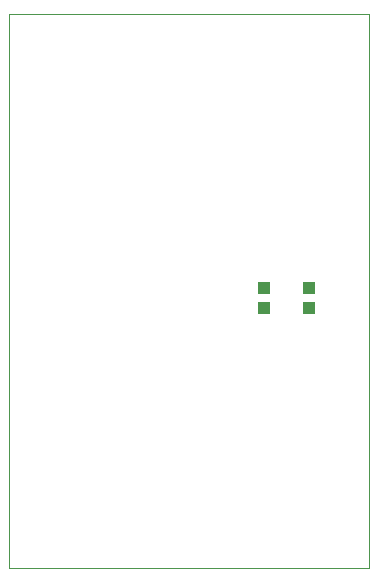
<source format=gbp>
G75*
%MOIN*%
%OFA0B0*%
%FSLAX25Y25*%
%IPPOS*%
%LPD*%
%AMOC8*
5,1,8,0,0,1.08239X$1,22.5*
%
%ADD10C,0.00000*%
%ADD11R,0.04331X0.03937*%
D10*
X0001000Y0001000D02*
X0001000Y0185701D01*
X0120921Y0185701D01*
X0120921Y0001000D01*
X0001000Y0001000D01*
D11*
X0086000Y0087654D03*
X0086000Y0094346D03*
X0101000Y0094346D03*
X0101000Y0087654D03*
M02*

</source>
